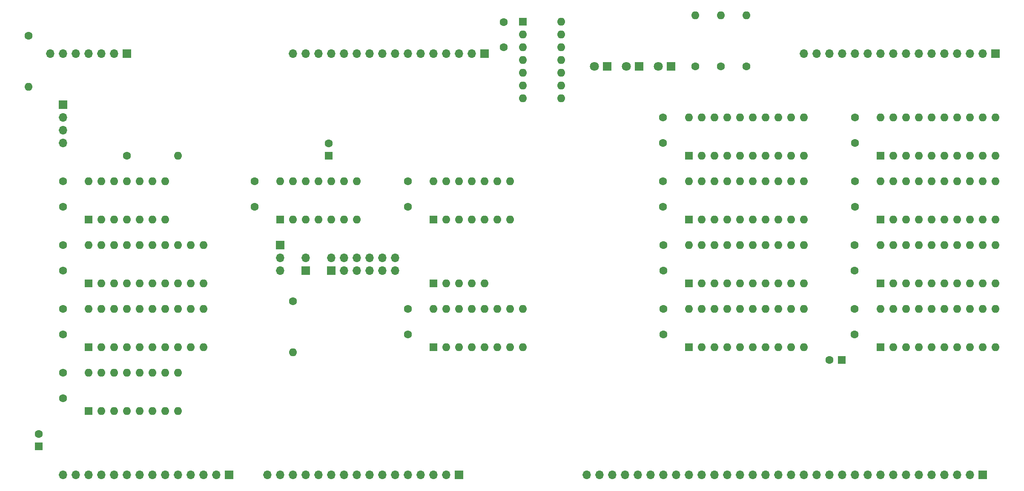
<source format=gts>
G04 #@! TF.GenerationSoftware,KiCad,Pcbnew,(7.0.0)*
G04 #@! TF.CreationDate,2024-03-28T20:38:38-07:00*
G04 #@! TF.ProjectId,video_shift_status_delay,76696465-6f5f-4736-9869-66745f737461,rev?*
G04 #@! TF.SameCoordinates,Original*
G04 #@! TF.FileFunction,Soldermask,Top*
G04 #@! TF.FilePolarity,Negative*
%FSLAX46Y46*%
G04 Gerber Fmt 4.6, Leading zero omitted, Abs format (unit mm)*
G04 Created by KiCad (PCBNEW (7.0.0)) date 2024-03-28 20:38:38*
%MOMM*%
%LPD*%
G01*
G04 APERTURE LIST*
%ADD10C,1.600000*%
%ADD11R,1.600000X1.600000*%
%ADD12O,1.600000X1.600000*%
%ADD13R,1.700000X1.700000*%
%ADD14O,1.700000X1.700000*%
%ADD15R,1.800000X1.800000*%
%ADD16C,1.800000*%
G04 APERTURE END LIST*
D10*
X218440000Y-78660000D03*
X218440000Y-73660000D03*
X218440000Y-91360000D03*
X218440000Y-86360000D03*
D11*
X223519999Y-81279999D03*
D12*
X226059999Y-81279999D03*
X228599999Y-81279999D03*
X231139999Y-81279999D03*
X233679999Y-81279999D03*
X236219999Y-81279999D03*
X238759999Y-81279999D03*
X241299999Y-81279999D03*
X243839999Y-81279999D03*
X246379999Y-81279999D03*
X246379999Y-73659999D03*
X243839999Y-73659999D03*
X241299999Y-73659999D03*
X238759999Y-73659999D03*
X236219999Y-73659999D03*
X233679999Y-73659999D03*
X231139999Y-73659999D03*
X228599999Y-73659999D03*
X226059999Y-73659999D03*
X223519999Y-73659999D03*
D13*
X139699999Y-144779999D03*
D14*
X137159999Y-144779999D03*
X134619999Y-144779999D03*
X132079999Y-144779999D03*
X129539999Y-144779999D03*
X126999999Y-144779999D03*
X124459999Y-144779999D03*
X121919999Y-144779999D03*
X119379999Y-144779999D03*
X116839999Y-144779999D03*
X114299999Y-144779999D03*
X111759999Y-144779999D03*
X109219999Y-144779999D03*
X106679999Y-144779999D03*
X104139999Y-144779999D03*
X101599999Y-144779999D03*
D11*
X113791999Y-81279999D03*
D10*
X113792000Y-78780000D03*
D11*
X66039999Y-132079999D03*
D12*
X68579999Y-132079999D03*
X71119999Y-132079999D03*
X73659999Y-132079999D03*
X76199999Y-132079999D03*
X78739999Y-132079999D03*
X81279999Y-132079999D03*
X83819999Y-132079999D03*
X83819999Y-124459999D03*
X81279999Y-124459999D03*
X78739999Y-124459999D03*
X76199999Y-124459999D03*
X73659999Y-124459999D03*
X71119999Y-124459999D03*
X68579999Y-124459999D03*
X66039999Y-124459999D03*
D11*
X223519999Y-93979999D03*
D12*
X226059999Y-93979999D03*
X228599999Y-93979999D03*
X231139999Y-93979999D03*
X233679999Y-93979999D03*
X236219999Y-93979999D03*
X238759999Y-93979999D03*
X241299999Y-93979999D03*
X243839999Y-93979999D03*
X246379999Y-93979999D03*
X246379999Y-86359999D03*
X243839999Y-86359999D03*
X241299999Y-86359999D03*
X238759999Y-86359999D03*
X236219999Y-86359999D03*
X233679999Y-86359999D03*
X231139999Y-86359999D03*
X228599999Y-86359999D03*
X226059999Y-86359999D03*
X223519999Y-86359999D03*
D13*
X114299999Y-104139999D03*
D14*
X114299999Y-101599999D03*
X116839999Y-104139999D03*
X116839999Y-101599999D03*
X119379999Y-104139999D03*
X119379999Y-101599999D03*
X121919999Y-104139999D03*
X121919999Y-101599999D03*
X124459999Y-104139999D03*
X124459999Y-101599999D03*
X126999999Y-104139999D03*
X126999999Y-101599999D03*
D11*
X104139999Y-93979999D03*
D12*
X106679999Y-93979999D03*
X109219999Y-93979999D03*
X111759999Y-93979999D03*
X114299999Y-93979999D03*
X116839999Y-93979999D03*
X119379999Y-93979999D03*
X119379999Y-86359999D03*
X116839999Y-86359999D03*
X114299999Y-86359999D03*
X111759999Y-86359999D03*
X109219999Y-86359999D03*
X106679999Y-86359999D03*
X104139999Y-86359999D03*
D11*
X134619999Y-119379999D03*
D12*
X137159999Y-119379999D03*
X139699999Y-119379999D03*
X142239999Y-119379999D03*
X144779999Y-119379999D03*
X147319999Y-119379999D03*
X149859999Y-119379999D03*
X152399999Y-119379999D03*
X152399999Y-111759999D03*
X149859999Y-111759999D03*
X147319999Y-111759999D03*
X144779999Y-111759999D03*
X142239999Y-111759999D03*
X139699999Y-111759999D03*
X137159999Y-111759999D03*
X134619999Y-111759999D03*
D15*
X181863999Y-63499999D03*
D16*
X179324000Y-63500000D03*
D11*
X152399999Y-54604999D03*
D12*
X152399999Y-57144999D03*
X152399999Y-59684999D03*
X152399999Y-62224999D03*
X152399999Y-64764999D03*
X152399999Y-67304999D03*
X152399999Y-69844999D03*
X160019999Y-69844999D03*
X160019999Y-67304999D03*
X160019999Y-64764999D03*
X160019999Y-62224999D03*
X160019999Y-59684999D03*
X160019999Y-57144999D03*
X160019999Y-54604999D03*
D10*
X73660000Y-81280000D03*
D12*
X83819999Y-81279999D03*
D13*
X93979999Y-144779999D03*
D14*
X91439999Y-144779999D03*
X88899999Y-144779999D03*
X86359999Y-144779999D03*
X83819999Y-144779999D03*
X81279999Y-144779999D03*
X78739999Y-144779999D03*
X76199999Y-144779999D03*
X73659999Y-144779999D03*
X71119999Y-144779999D03*
X68579999Y-144779999D03*
X66039999Y-144779999D03*
X63499999Y-144779999D03*
X60959999Y-144779999D03*
D10*
X60960000Y-91360000D03*
X60960000Y-86360000D03*
X180260000Y-91360000D03*
X180260000Y-86360000D03*
D15*
X175513999Y-63499999D03*
D16*
X172974000Y-63500000D03*
D10*
X60960000Y-124460000D03*
X60960000Y-129460000D03*
X180260000Y-78660000D03*
X180260000Y-73660000D03*
X60960000Y-111760000D03*
X60960000Y-116760000D03*
D13*
X246379999Y-60959999D03*
D14*
X243839999Y-60959999D03*
X241299999Y-60959999D03*
X238759999Y-60959999D03*
X236219999Y-60959999D03*
X233679999Y-60959999D03*
X231139999Y-60959999D03*
X228599999Y-60959999D03*
X226059999Y-60959999D03*
X223519999Y-60959999D03*
X220979999Y-60959999D03*
X218439999Y-60959999D03*
X215899999Y-60959999D03*
X213359999Y-60959999D03*
X210819999Y-60959999D03*
X208279999Y-60959999D03*
D13*
X60959999Y-71119999D03*
D14*
X60959999Y-73659999D03*
X60959999Y-76199999D03*
X60959999Y-78739999D03*
D10*
X148590000Y-54690000D03*
X148590000Y-59690000D03*
D13*
X144779999Y-60959999D03*
D14*
X142239999Y-60959999D03*
X139699999Y-60959999D03*
X137159999Y-60959999D03*
X134619999Y-60959999D03*
X132079999Y-60959999D03*
X129539999Y-60959999D03*
X126999999Y-60959999D03*
X124459999Y-60959999D03*
X121919999Y-60959999D03*
X119379999Y-60959999D03*
X116839999Y-60959999D03*
X114299999Y-60959999D03*
X111759999Y-60959999D03*
X109219999Y-60959999D03*
X106679999Y-60959999D03*
D11*
X66039999Y-93979999D03*
D12*
X68579999Y-93979999D03*
X71119999Y-93979999D03*
X73659999Y-93979999D03*
X76199999Y-93979999D03*
X78739999Y-93979999D03*
X81279999Y-93979999D03*
X81279999Y-86359999D03*
X78739999Y-86359999D03*
X76199999Y-86359999D03*
X73659999Y-86359999D03*
X71119999Y-86359999D03*
X68579999Y-86359999D03*
X66039999Y-86359999D03*
D11*
X223519999Y-119379999D03*
D12*
X226059999Y-119379999D03*
X228599999Y-119379999D03*
X231139999Y-119379999D03*
X233679999Y-119379999D03*
X236219999Y-119379999D03*
X238759999Y-119379999D03*
X241299999Y-119379999D03*
X243839999Y-119379999D03*
X246379999Y-119379999D03*
X246379999Y-111759999D03*
X243839999Y-111759999D03*
X241299999Y-111759999D03*
X238759999Y-111759999D03*
X236219999Y-111759999D03*
X233679999Y-111759999D03*
X231139999Y-111759999D03*
X228599999Y-111759999D03*
X226059999Y-111759999D03*
X223519999Y-111759999D03*
D10*
X129540000Y-116760000D03*
X129540000Y-111760000D03*
X196850000Y-63500000D03*
D12*
X196849999Y-53339999D03*
D11*
X185419999Y-119379999D03*
D12*
X187959999Y-119379999D03*
X190499999Y-119379999D03*
X193039999Y-119379999D03*
X195579999Y-119379999D03*
X198119999Y-119379999D03*
X200659999Y-119379999D03*
X203199999Y-119379999D03*
X205739999Y-119379999D03*
X208279999Y-119379999D03*
X208279999Y-111759999D03*
X205739999Y-111759999D03*
X203199999Y-111759999D03*
X200659999Y-111759999D03*
X198119999Y-111759999D03*
X195579999Y-111759999D03*
X193039999Y-111759999D03*
X190499999Y-111759999D03*
X187959999Y-111759999D03*
X185419999Y-111759999D03*
D11*
X66039999Y-106679999D03*
D12*
X68579999Y-106679999D03*
X71119999Y-106679999D03*
X73659999Y-106679999D03*
X76199999Y-106679999D03*
X78739999Y-106679999D03*
X81279999Y-106679999D03*
X83819999Y-106679999D03*
X86359999Y-106679999D03*
X88899999Y-106679999D03*
X88899999Y-99059999D03*
X86359999Y-99059999D03*
X83819999Y-99059999D03*
X81279999Y-99059999D03*
X78739999Y-99059999D03*
X76199999Y-99059999D03*
X73659999Y-99059999D03*
X71119999Y-99059999D03*
X68579999Y-99059999D03*
X66039999Y-99059999D03*
D11*
X215859999Y-121919999D03*
D10*
X213360000Y-121920000D03*
X180340000Y-116760000D03*
X180340000Y-111760000D03*
D11*
X134619999Y-93979999D03*
D12*
X137159999Y-93979999D03*
X139699999Y-93979999D03*
X142239999Y-93979999D03*
X144779999Y-93979999D03*
X147319999Y-93979999D03*
X149859999Y-93979999D03*
X149859999Y-86359999D03*
X147319999Y-86359999D03*
X144779999Y-86359999D03*
X142239999Y-86359999D03*
X139699999Y-86359999D03*
X137159999Y-86359999D03*
X134619999Y-86359999D03*
D11*
X223519999Y-106679999D03*
D12*
X226059999Y-106679999D03*
X228599999Y-106679999D03*
X231139999Y-106679999D03*
X233679999Y-106679999D03*
X236219999Y-106679999D03*
X238759999Y-106679999D03*
X241299999Y-106679999D03*
X243839999Y-106679999D03*
X246379999Y-106679999D03*
X246379999Y-99059999D03*
X243839999Y-99059999D03*
X241299999Y-99059999D03*
X238759999Y-99059999D03*
X236219999Y-99059999D03*
X233679999Y-99059999D03*
X231139999Y-99059999D03*
X228599999Y-99059999D03*
X226059999Y-99059999D03*
X223519999Y-99059999D03*
D10*
X186690000Y-63500000D03*
D12*
X186689999Y-53339999D03*
D10*
X191770000Y-63500000D03*
D12*
X191769999Y-53339999D03*
D11*
X185419999Y-106679999D03*
D12*
X187959999Y-106679999D03*
X190499999Y-106679999D03*
X193039999Y-106679999D03*
X195579999Y-106679999D03*
X198119999Y-106679999D03*
X200659999Y-106679999D03*
X203199999Y-106679999D03*
X205739999Y-106679999D03*
X208279999Y-106679999D03*
X208279999Y-99059999D03*
X205739999Y-99059999D03*
X203199999Y-99059999D03*
X200659999Y-99059999D03*
X198119999Y-99059999D03*
X195579999Y-99059999D03*
X193039999Y-99059999D03*
X190499999Y-99059999D03*
X187959999Y-99059999D03*
X185419999Y-99059999D03*
D11*
X185419999Y-81279999D03*
D12*
X187959999Y-81279999D03*
X190499999Y-81279999D03*
X193039999Y-81279999D03*
X195579999Y-81279999D03*
X198119999Y-81279999D03*
X200659999Y-81279999D03*
X203199999Y-81279999D03*
X205739999Y-81279999D03*
X208279999Y-81279999D03*
X208279999Y-73659999D03*
X205739999Y-73659999D03*
X203199999Y-73659999D03*
X200659999Y-73659999D03*
X198119999Y-73659999D03*
X195579999Y-73659999D03*
X193039999Y-73659999D03*
X190499999Y-73659999D03*
X187959999Y-73659999D03*
X185419999Y-73659999D03*
D13*
X73659999Y-60959999D03*
D14*
X71119999Y-60959999D03*
X68579999Y-60959999D03*
X66039999Y-60959999D03*
X63499999Y-60959999D03*
X60959999Y-60959999D03*
X58419999Y-60959999D03*
D10*
X218360000Y-104060000D03*
X218360000Y-99060000D03*
X60960000Y-104060000D03*
X60960000Y-99060000D03*
D11*
X185419999Y-93979999D03*
D12*
X187959999Y-93979999D03*
X190499999Y-93979999D03*
X193039999Y-93979999D03*
X195579999Y-93979999D03*
X198119999Y-93979999D03*
X200659999Y-93979999D03*
X203199999Y-93979999D03*
X205739999Y-93979999D03*
X208279999Y-93979999D03*
X208279999Y-86359999D03*
X205739999Y-86359999D03*
X203199999Y-86359999D03*
X200659999Y-86359999D03*
X198119999Y-86359999D03*
X195579999Y-86359999D03*
X193039999Y-86359999D03*
X190499999Y-86359999D03*
X187959999Y-86359999D03*
X185419999Y-86359999D03*
D15*
X169163999Y-63499999D03*
D16*
X166624000Y-63500000D03*
D11*
X56133999Y-139104379D03*
D10*
X56134000Y-136604380D03*
D13*
X109219999Y-104139999D03*
D14*
X109219999Y-101599999D03*
D10*
X218360000Y-116760000D03*
X218360000Y-111760000D03*
X99060000Y-86360000D03*
X99060000Y-91360000D03*
D11*
X66039999Y-119379999D03*
D12*
X68579999Y-119379999D03*
X71119999Y-119379999D03*
X73659999Y-119379999D03*
X76199999Y-119379999D03*
X78739999Y-119379999D03*
X81279999Y-119379999D03*
X83819999Y-119379999D03*
X86359999Y-119379999D03*
X88899999Y-119379999D03*
X88899999Y-111759999D03*
X86359999Y-111759999D03*
X83819999Y-111759999D03*
X81279999Y-111759999D03*
X78739999Y-111759999D03*
X76199999Y-111759999D03*
X73659999Y-111759999D03*
X71119999Y-111759999D03*
X68579999Y-111759999D03*
X66039999Y-111759999D03*
D10*
X54102000Y-57404000D03*
D12*
X54101999Y-67563999D03*
D13*
X243839999Y-144779999D03*
D14*
X241299999Y-144779999D03*
X238759999Y-144779999D03*
X236219999Y-144779999D03*
X233679999Y-144779999D03*
X231139999Y-144779999D03*
X228599999Y-144779999D03*
X226059999Y-144779999D03*
X223519999Y-144779999D03*
X220979999Y-144779999D03*
X218439999Y-144779999D03*
X215899999Y-144779999D03*
X213359999Y-144779999D03*
X210819999Y-144779999D03*
X208279999Y-144779999D03*
X205739999Y-144779999D03*
X203199999Y-144779999D03*
X200659999Y-144779999D03*
X198119999Y-144779999D03*
X195579999Y-144779999D03*
X193039999Y-144779999D03*
X190499999Y-144779999D03*
X187959999Y-144779999D03*
X185419999Y-144779999D03*
X182879999Y-144779999D03*
X180339999Y-144779999D03*
X177799999Y-144779999D03*
X175259999Y-144779999D03*
X172719999Y-144779999D03*
X170179999Y-144779999D03*
X167639999Y-144779999D03*
X165099999Y-144779999D03*
D10*
X180340000Y-104060000D03*
X180340000Y-99060000D03*
X129540000Y-86360000D03*
X129540000Y-91360000D03*
D13*
X104139999Y-99059999D03*
D14*
X104139999Y-101599999D03*
X104139999Y-104139999D03*
D11*
X134619999Y-106679999D03*
D12*
X137159999Y-106679999D03*
X139699999Y-106679999D03*
X142239999Y-106679999D03*
X144779999Y-106679999D03*
D10*
X106680000Y-110236000D03*
D12*
X106679999Y-120395999D03*
M02*

</source>
